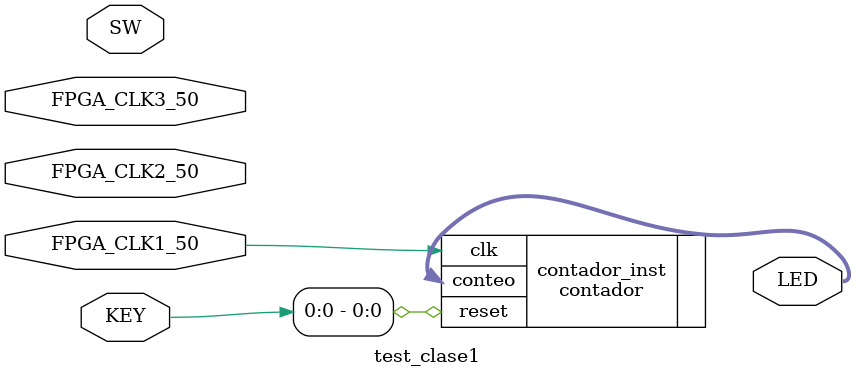
<source format=v>


module test_clase1(

	//////////// CLOCK //////////
	input 		          		FPGA_CLK1_50,
	input 		          		FPGA_CLK2_50,
	input 		          		FPGA_CLK3_50,

	//////////// KEY //////////
	input 		     [1:0]		KEY,

	//////////// LED //////////
	output		     [7:0]		LED,

	//////////// SW //////////
	input 		     [3:0]		SW
);



//=======================================================
//  REG/WIRE declarations
//=======================================================




//=======================================================
//  Structural coding
//=======================================================



ejem_mux multiplexor
(
	.sel(SW[1:0]) ,	// input [1:0] sel_sig
	.out() 	// output [7:0] out_sig
);


contador contador_inst
(
	.clk(FPGA_CLK1_50) ,	// input  clk_sig
	.reset(KEY[0]) ,	// input  reset_sig
	.conteo(LED[7:0]) 	// output [7:0] conteo_sig
);

syncro syncro_inst
(
	.async(async_sig) ,	// input  async_sig
	.clock(clock_sig) ,	// input  clock_sig
	.sync(sync_sig) 	// output  sync_sig
);


endmodule

</source>
